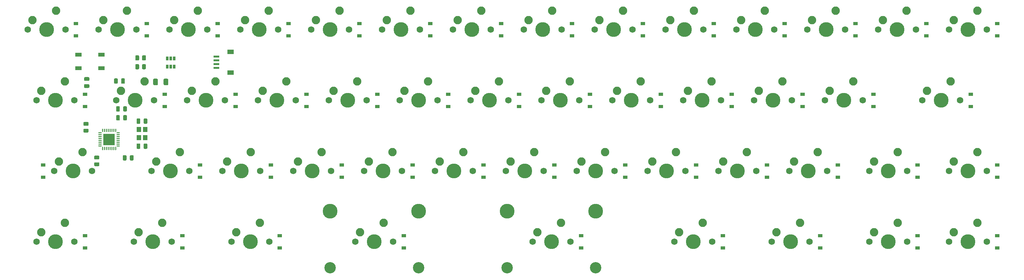
<source format=gbs>
G04 #@! TF.GenerationSoftware,KiCad,Pcbnew,5.1.10*
G04 #@! TF.CreationDate,2021-06-18T17:33:08+09:00*
G04 #@! TF.ProjectId,bakeneko40,62616b65-6e65-46b6-9f34-302e6b696361,rev?*
G04 #@! TF.SameCoordinates,Original*
G04 #@! TF.FileFunction,Soldermask,Bot*
G04 #@! TF.FilePolarity,Negative*
%FSLAX46Y46*%
G04 Gerber Fmt 4.6, Leading zero omitted, Abs format (unit mm)*
G04 Created by KiCad (PCBNEW 5.1.10) date 2021-06-18 17:33:08*
%MOMM*%
%LPD*%
G01*
G04 APERTURE LIST*
%ADD10C,2.250000*%
%ADD11C,3.987800*%
%ADD12C,1.750000*%
%ADD13R,0.650000X1.060000*%
%ADD14R,3.100000X3.100000*%
%ADD15C,3.048000*%
%ADD16R,1.550000X0.600000*%
%ADD17R,1.800000X1.200000*%
%ADD18R,1.200000X1.400000*%
%ADD19R,1.800000X1.100000*%
%ADD20R,1.200000X0.900000*%
G04 APERTURE END LIST*
G04 #@! TO.C,C5*
G36*
G01*
X43550000Y-71475000D02*
X43550000Y-70525000D01*
G75*
G02*
X43800000Y-70275000I250000J0D01*
G01*
X44300000Y-70275000D01*
G75*
G02*
X44550000Y-70525000I0J-250000D01*
G01*
X44550000Y-71475000D01*
G75*
G02*
X44300000Y-71725000I-250000J0D01*
G01*
X43800000Y-71725000D01*
G75*
G02*
X43550000Y-71475000I0J250000D01*
G01*
G37*
G36*
G01*
X45450000Y-71475000D02*
X45450000Y-70525000D01*
G75*
G02*
X45700000Y-70275000I250000J0D01*
G01*
X46200000Y-70275000D01*
G75*
G02*
X46450000Y-70525000I0J-250000D01*
G01*
X46450000Y-71475000D01*
G75*
G02*
X46200000Y-71725000I-250000J0D01*
G01*
X45700000Y-71725000D01*
G75*
G02*
X45450000Y-71475000I0J250000D01*
G01*
G37*
G04 #@! TD*
D10*
G04 #@! TO.C,MX29*
X61277500Y-90170000D03*
D11*
X58737500Y-95250000D03*
D10*
X54927500Y-92710000D03*
D12*
X53657500Y-95250000D03*
X63817500Y-95250000D03*
G04 #@! TD*
D10*
G04 #@! TO.C,MX3*
X66040000Y-52070000D03*
D11*
X63500000Y-57150000D03*
D10*
X59690000Y-54610000D03*
D12*
X58420000Y-57150000D03*
X68580000Y-57150000D03*
G04 #@! TD*
D13*
G04 #@! TO.C,U2*
X58774999Y-67109811D03*
X57824999Y-67109811D03*
X59724999Y-67109811D03*
X59724999Y-64909811D03*
X58774999Y-64909811D03*
X57824999Y-64909811D03*
G04 #@! TD*
G04 #@! TO.C,U1*
G36*
G01*
X45095000Y-84912500D02*
X45095000Y-85037500D01*
G75*
G02*
X45032500Y-85100000I-62500J0D01*
G01*
X44282500Y-85100000D01*
G75*
G02*
X44220000Y-85037500I0J62500D01*
G01*
X44220000Y-84912500D01*
G75*
G02*
X44282500Y-84850000I62500J0D01*
G01*
X45032500Y-84850000D01*
G75*
G02*
X45095000Y-84912500I0J-62500D01*
G01*
G37*
G36*
G01*
X45095000Y-85412500D02*
X45095000Y-85537500D01*
G75*
G02*
X45032500Y-85600000I-62500J0D01*
G01*
X44282500Y-85600000D01*
G75*
G02*
X44220000Y-85537500I0J62500D01*
G01*
X44220000Y-85412500D01*
G75*
G02*
X44282500Y-85350000I62500J0D01*
G01*
X45032500Y-85350000D01*
G75*
G02*
X45095000Y-85412500I0J-62500D01*
G01*
G37*
G36*
G01*
X45095000Y-85912500D02*
X45095000Y-86037500D01*
G75*
G02*
X45032500Y-86100000I-62500J0D01*
G01*
X44282500Y-86100000D01*
G75*
G02*
X44220000Y-86037500I0J62500D01*
G01*
X44220000Y-85912500D01*
G75*
G02*
X44282500Y-85850000I62500J0D01*
G01*
X45032500Y-85850000D01*
G75*
G02*
X45095000Y-85912500I0J-62500D01*
G01*
G37*
G36*
G01*
X45095000Y-86412500D02*
X45095000Y-86537500D01*
G75*
G02*
X45032500Y-86600000I-62500J0D01*
G01*
X44282500Y-86600000D01*
G75*
G02*
X44220000Y-86537500I0J62500D01*
G01*
X44220000Y-86412500D01*
G75*
G02*
X44282500Y-86350000I62500J0D01*
G01*
X45032500Y-86350000D01*
G75*
G02*
X45095000Y-86412500I0J-62500D01*
G01*
G37*
G36*
G01*
X45095000Y-86912500D02*
X45095000Y-87037500D01*
G75*
G02*
X45032500Y-87100000I-62500J0D01*
G01*
X44282500Y-87100000D01*
G75*
G02*
X44220000Y-87037500I0J62500D01*
G01*
X44220000Y-86912500D01*
G75*
G02*
X44282500Y-86850000I62500J0D01*
G01*
X45032500Y-86850000D01*
G75*
G02*
X45095000Y-86912500I0J-62500D01*
G01*
G37*
G36*
G01*
X45095000Y-87412500D02*
X45095000Y-87537500D01*
G75*
G02*
X45032500Y-87600000I-62500J0D01*
G01*
X44282500Y-87600000D01*
G75*
G02*
X44220000Y-87537500I0J62500D01*
G01*
X44220000Y-87412500D01*
G75*
G02*
X44282500Y-87350000I62500J0D01*
G01*
X45032500Y-87350000D01*
G75*
G02*
X45095000Y-87412500I0J-62500D01*
G01*
G37*
G36*
G01*
X45095000Y-87912500D02*
X45095000Y-88037500D01*
G75*
G02*
X45032500Y-88100000I-62500J0D01*
G01*
X44282500Y-88100000D01*
G75*
G02*
X44220000Y-88037500I0J62500D01*
G01*
X44220000Y-87912500D01*
G75*
G02*
X44282500Y-87850000I62500J0D01*
G01*
X45032500Y-87850000D01*
G75*
G02*
X45095000Y-87912500I0J-62500D01*
G01*
G37*
G36*
G01*
X45095000Y-88412500D02*
X45095000Y-88537500D01*
G75*
G02*
X45032500Y-88600000I-62500J0D01*
G01*
X44282500Y-88600000D01*
G75*
G02*
X44220000Y-88537500I0J62500D01*
G01*
X44220000Y-88412500D01*
G75*
G02*
X44282500Y-88350000I62500J0D01*
G01*
X45032500Y-88350000D01*
G75*
G02*
X45095000Y-88412500I0J-62500D01*
G01*
G37*
G36*
G01*
X44095000Y-88787500D02*
X44095000Y-89537500D01*
G75*
G02*
X44032500Y-89600000I-62500J0D01*
G01*
X43907500Y-89600000D01*
G75*
G02*
X43845000Y-89537500I0J62500D01*
G01*
X43845000Y-88787500D01*
G75*
G02*
X43907500Y-88725000I62500J0D01*
G01*
X44032500Y-88725000D01*
G75*
G02*
X44095000Y-88787500I0J-62500D01*
G01*
G37*
G36*
G01*
X43595000Y-88787500D02*
X43595000Y-89537500D01*
G75*
G02*
X43532500Y-89600000I-62500J0D01*
G01*
X43407500Y-89600000D01*
G75*
G02*
X43345000Y-89537500I0J62500D01*
G01*
X43345000Y-88787500D01*
G75*
G02*
X43407500Y-88725000I62500J0D01*
G01*
X43532500Y-88725000D01*
G75*
G02*
X43595000Y-88787500I0J-62500D01*
G01*
G37*
G36*
G01*
X43095000Y-88787500D02*
X43095000Y-89537500D01*
G75*
G02*
X43032500Y-89600000I-62500J0D01*
G01*
X42907500Y-89600000D01*
G75*
G02*
X42845000Y-89537500I0J62500D01*
G01*
X42845000Y-88787500D01*
G75*
G02*
X42907500Y-88725000I62500J0D01*
G01*
X43032500Y-88725000D01*
G75*
G02*
X43095000Y-88787500I0J-62500D01*
G01*
G37*
G36*
G01*
X42595000Y-88787500D02*
X42595000Y-89537500D01*
G75*
G02*
X42532500Y-89600000I-62500J0D01*
G01*
X42407500Y-89600000D01*
G75*
G02*
X42345000Y-89537500I0J62500D01*
G01*
X42345000Y-88787500D01*
G75*
G02*
X42407500Y-88725000I62500J0D01*
G01*
X42532500Y-88725000D01*
G75*
G02*
X42595000Y-88787500I0J-62500D01*
G01*
G37*
G36*
G01*
X42095000Y-88787500D02*
X42095000Y-89537500D01*
G75*
G02*
X42032500Y-89600000I-62500J0D01*
G01*
X41907500Y-89600000D01*
G75*
G02*
X41845000Y-89537500I0J62500D01*
G01*
X41845000Y-88787500D01*
G75*
G02*
X41907500Y-88725000I62500J0D01*
G01*
X42032500Y-88725000D01*
G75*
G02*
X42095000Y-88787500I0J-62500D01*
G01*
G37*
G36*
G01*
X41595000Y-88787500D02*
X41595000Y-89537500D01*
G75*
G02*
X41532500Y-89600000I-62500J0D01*
G01*
X41407500Y-89600000D01*
G75*
G02*
X41345000Y-89537500I0J62500D01*
G01*
X41345000Y-88787500D01*
G75*
G02*
X41407500Y-88725000I62500J0D01*
G01*
X41532500Y-88725000D01*
G75*
G02*
X41595000Y-88787500I0J-62500D01*
G01*
G37*
G36*
G01*
X41095000Y-88787500D02*
X41095000Y-89537500D01*
G75*
G02*
X41032500Y-89600000I-62500J0D01*
G01*
X40907500Y-89600000D01*
G75*
G02*
X40845000Y-89537500I0J62500D01*
G01*
X40845000Y-88787500D01*
G75*
G02*
X40907500Y-88725000I62500J0D01*
G01*
X41032500Y-88725000D01*
G75*
G02*
X41095000Y-88787500I0J-62500D01*
G01*
G37*
G36*
G01*
X40595000Y-88787500D02*
X40595000Y-89537500D01*
G75*
G02*
X40532500Y-89600000I-62500J0D01*
G01*
X40407500Y-89600000D01*
G75*
G02*
X40345000Y-89537500I0J62500D01*
G01*
X40345000Y-88787500D01*
G75*
G02*
X40407500Y-88725000I62500J0D01*
G01*
X40532500Y-88725000D01*
G75*
G02*
X40595000Y-88787500I0J-62500D01*
G01*
G37*
G36*
G01*
X40220000Y-88412500D02*
X40220000Y-88537500D01*
G75*
G02*
X40157500Y-88600000I-62500J0D01*
G01*
X39407500Y-88600000D01*
G75*
G02*
X39345000Y-88537500I0J62500D01*
G01*
X39345000Y-88412500D01*
G75*
G02*
X39407500Y-88350000I62500J0D01*
G01*
X40157500Y-88350000D01*
G75*
G02*
X40220000Y-88412500I0J-62500D01*
G01*
G37*
G36*
G01*
X40220000Y-87912500D02*
X40220000Y-88037500D01*
G75*
G02*
X40157500Y-88100000I-62500J0D01*
G01*
X39407500Y-88100000D01*
G75*
G02*
X39345000Y-88037500I0J62500D01*
G01*
X39345000Y-87912500D01*
G75*
G02*
X39407500Y-87850000I62500J0D01*
G01*
X40157500Y-87850000D01*
G75*
G02*
X40220000Y-87912500I0J-62500D01*
G01*
G37*
G36*
G01*
X40220000Y-87412500D02*
X40220000Y-87537500D01*
G75*
G02*
X40157500Y-87600000I-62500J0D01*
G01*
X39407500Y-87600000D01*
G75*
G02*
X39345000Y-87537500I0J62500D01*
G01*
X39345000Y-87412500D01*
G75*
G02*
X39407500Y-87350000I62500J0D01*
G01*
X40157500Y-87350000D01*
G75*
G02*
X40220000Y-87412500I0J-62500D01*
G01*
G37*
G36*
G01*
X40220000Y-86912500D02*
X40220000Y-87037500D01*
G75*
G02*
X40157500Y-87100000I-62500J0D01*
G01*
X39407500Y-87100000D01*
G75*
G02*
X39345000Y-87037500I0J62500D01*
G01*
X39345000Y-86912500D01*
G75*
G02*
X39407500Y-86850000I62500J0D01*
G01*
X40157500Y-86850000D01*
G75*
G02*
X40220000Y-86912500I0J-62500D01*
G01*
G37*
G36*
G01*
X40220000Y-86412500D02*
X40220000Y-86537500D01*
G75*
G02*
X40157500Y-86600000I-62500J0D01*
G01*
X39407500Y-86600000D01*
G75*
G02*
X39345000Y-86537500I0J62500D01*
G01*
X39345000Y-86412500D01*
G75*
G02*
X39407500Y-86350000I62500J0D01*
G01*
X40157500Y-86350000D01*
G75*
G02*
X40220000Y-86412500I0J-62500D01*
G01*
G37*
G36*
G01*
X40220000Y-85912500D02*
X40220000Y-86037500D01*
G75*
G02*
X40157500Y-86100000I-62500J0D01*
G01*
X39407500Y-86100000D01*
G75*
G02*
X39345000Y-86037500I0J62500D01*
G01*
X39345000Y-85912500D01*
G75*
G02*
X39407500Y-85850000I62500J0D01*
G01*
X40157500Y-85850000D01*
G75*
G02*
X40220000Y-85912500I0J-62500D01*
G01*
G37*
G36*
G01*
X40220000Y-85412500D02*
X40220000Y-85537500D01*
G75*
G02*
X40157500Y-85600000I-62500J0D01*
G01*
X39407500Y-85600000D01*
G75*
G02*
X39345000Y-85537500I0J62500D01*
G01*
X39345000Y-85412500D01*
G75*
G02*
X39407500Y-85350000I62500J0D01*
G01*
X40157500Y-85350000D01*
G75*
G02*
X40220000Y-85412500I0J-62500D01*
G01*
G37*
G36*
G01*
X40220000Y-84912500D02*
X40220000Y-85037500D01*
G75*
G02*
X40157500Y-85100000I-62500J0D01*
G01*
X39407500Y-85100000D01*
G75*
G02*
X39345000Y-85037500I0J62500D01*
G01*
X39345000Y-84912500D01*
G75*
G02*
X39407500Y-84850000I62500J0D01*
G01*
X40157500Y-84850000D01*
G75*
G02*
X40220000Y-84912500I0J-62500D01*
G01*
G37*
G36*
G01*
X40595000Y-83912500D02*
X40595000Y-84662500D01*
G75*
G02*
X40532500Y-84725000I-62500J0D01*
G01*
X40407500Y-84725000D01*
G75*
G02*
X40345000Y-84662500I0J62500D01*
G01*
X40345000Y-83912500D01*
G75*
G02*
X40407500Y-83850000I62500J0D01*
G01*
X40532500Y-83850000D01*
G75*
G02*
X40595000Y-83912500I0J-62500D01*
G01*
G37*
G36*
G01*
X41095000Y-83912500D02*
X41095000Y-84662500D01*
G75*
G02*
X41032500Y-84725000I-62500J0D01*
G01*
X40907500Y-84725000D01*
G75*
G02*
X40845000Y-84662500I0J62500D01*
G01*
X40845000Y-83912500D01*
G75*
G02*
X40907500Y-83850000I62500J0D01*
G01*
X41032500Y-83850000D01*
G75*
G02*
X41095000Y-83912500I0J-62500D01*
G01*
G37*
G36*
G01*
X41595000Y-83912500D02*
X41595000Y-84662500D01*
G75*
G02*
X41532500Y-84725000I-62500J0D01*
G01*
X41407500Y-84725000D01*
G75*
G02*
X41345000Y-84662500I0J62500D01*
G01*
X41345000Y-83912500D01*
G75*
G02*
X41407500Y-83850000I62500J0D01*
G01*
X41532500Y-83850000D01*
G75*
G02*
X41595000Y-83912500I0J-62500D01*
G01*
G37*
G36*
G01*
X42095000Y-83912500D02*
X42095000Y-84662500D01*
G75*
G02*
X42032500Y-84725000I-62500J0D01*
G01*
X41907500Y-84725000D01*
G75*
G02*
X41845000Y-84662500I0J62500D01*
G01*
X41845000Y-83912500D01*
G75*
G02*
X41907500Y-83850000I62500J0D01*
G01*
X42032500Y-83850000D01*
G75*
G02*
X42095000Y-83912500I0J-62500D01*
G01*
G37*
G36*
G01*
X42595000Y-83912500D02*
X42595000Y-84662500D01*
G75*
G02*
X42532500Y-84725000I-62500J0D01*
G01*
X42407500Y-84725000D01*
G75*
G02*
X42345000Y-84662500I0J62500D01*
G01*
X42345000Y-83912500D01*
G75*
G02*
X42407500Y-83850000I62500J0D01*
G01*
X42532500Y-83850000D01*
G75*
G02*
X42595000Y-83912500I0J-62500D01*
G01*
G37*
G36*
G01*
X43095000Y-83912500D02*
X43095000Y-84662500D01*
G75*
G02*
X43032500Y-84725000I-62500J0D01*
G01*
X42907500Y-84725000D01*
G75*
G02*
X42845000Y-84662500I0J62500D01*
G01*
X42845000Y-83912500D01*
G75*
G02*
X42907500Y-83850000I62500J0D01*
G01*
X43032500Y-83850000D01*
G75*
G02*
X43095000Y-83912500I0J-62500D01*
G01*
G37*
G36*
G01*
X43595000Y-83912500D02*
X43595000Y-84662500D01*
G75*
G02*
X43532500Y-84725000I-62500J0D01*
G01*
X43407500Y-84725000D01*
G75*
G02*
X43345000Y-84662500I0J62500D01*
G01*
X43345000Y-83912500D01*
G75*
G02*
X43407500Y-83850000I62500J0D01*
G01*
X43532500Y-83850000D01*
G75*
G02*
X43595000Y-83912500I0J-62500D01*
G01*
G37*
G36*
G01*
X44095000Y-83912500D02*
X44095000Y-84662500D01*
G75*
G02*
X44032500Y-84725000I-62500J0D01*
G01*
X43907500Y-84725000D01*
G75*
G02*
X43845000Y-84662500I0J62500D01*
G01*
X43845000Y-83912500D01*
G75*
G02*
X43907500Y-83850000I62500J0D01*
G01*
X44032500Y-83850000D01*
G75*
G02*
X44095000Y-83912500I0J-62500D01*
G01*
G37*
D14*
X42220000Y-86725000D03*
G04 #@! TD*
G04 #@! TO.C,R4*
G36*
G01*
X35549998Y-83850000D02*
X36450002Y-83850000D01*
G75*
G02*
X36700000Y-84099998I0J-249998D01*
G01*
X36700000Y-84625002D01*
G75*
G02*
X36450002Y-84875000I-249998J0D01*
G01*
X35549998Y-84875000D01*
G75*
G02*
X35300000Y-84625002I0J249998D01*
G01*
X35300000Y-84099998D01*
G75*
G02*
X35549998Y-83850000I249998J0D01*
G01*
G37*
G36*
G01*
X35549998Y-82025000D02*
X36450002Y-82025000D01*
G75*
G02*
X36700000Y-82274998I0J-249998D01*
G01*
X36700000Y-82800002D01*
G75*
G02*
X36450002Y-83050000I-249998J0D01*
G01*
X35549998Y-83050000D01*
G75*
G02*
X35300000Y-82800002I0J249998D01*
G01*
X35300000Y-82274998D01*
G75*
G02*
X35549998Y-82025000I249998J0D01*
G01*
G37*
G04 #@! TD*
D10*
G04 #@! TO.C,MX45*
X163671250Y-109220000D03*
D11*
X161131250Y-114300000D03*
D10*
X157321250Y-111760000D03*
D12*
X156051250Y-114300000D03*
X166211250Y-114300000D03*
D15*
X149225000Y-121285000D03*
X173037500Y-121285000D03*
D11*
X149225000Y-106045000D03*
X173037500Y-106045000D03*
G04 #@! TD*
D16*
G04 #@! TO.C,J1*
X71025000Y-66450000D03*
X71025000Y-67450000D03*
X71025000Y-65450000D03*
X71025000Y-64450000D03*
D17*
X74900000Y-63150000D03*
X74900000Y-68750000D03*
G04 #@! TD*
D10*
G04 #@! TO.C,MX35*
X175577500Y-90170000D03*
D11*
X173037500Y-95250000D03*
D10*
X169227500Y-92710000D03*
D12*
X167957500Y-95250000D03*
X178117500Y-95250000D03*
G04 #@! TD*
D10*
G04 #@! TO.C,MX44*
X116046250Y-109220000D03*
D11*
X113506250Y-114300000D03*
D10*
X109696250Y-111760000D03*
D12*
X108426250Y-114300000D03*
X118586250Y-114300000D03*
D15*
X101600000Y-121285000D03*
X125412500Y-121285000D03*
D11*
X101600000Y-106045000D03*
X125412500Y-106045000D03*
G04 #@! TD*
D10*
G04 #@! TO.C,MX32*
X118427500Y-90170000D03*
D11*
X115887500Y-95250000D03*
D10*
X112077500Y-92710000D03*
D12*
X110807500Y-95250000D03*
X120967500Y-95250000D03*
G04 #@! TD*
D10*
G04 #@! TO.C,MX41*
X30321250Y-109220000D03*
D11*
X27781250Y-114300000D03*
D10*
X23971250Y-111760000D03*
D12*
X22701250Y-114300000D03*
X32861250Y-114300000D03*
G04 #@! TD*
D10*
G04 #@! TO.C,MX49*
X275590000Y-109220000D03*
D11*
X273050000Y-114300000D03*
D10*
X269240000Y-111760000D03*
D12*
X267970000Y-114300000D03*
X278130000Y-114300000D03*
G04 #@! TD*
D10*
G04 #@! TO.C,MX21*
X147002500Y-71120000D03*
D11*
X144462500Y-76200000D03*
D10*
X140652500Y-73660000D03*
D12*
X139382500Y-76200000D03*
X149542500Y-76200000D03*
G04 #@! TD*
D10*
G04 #@! TO.C,MX14*
X275590000Y-52070000D03*
D11*
X273050000Y-57150000D03*
D10*
X269240000Y-54610000D03*
D12*
X267970000Y-57150000D03*
X278130000Y-57150000D03*
G04 #@! TD*
D10*
G04 #@! TO.C,MX30*
X80327500Y-90170000D03*
D11*
X77787500Y-95250000D03*
D10*
X73977500Y-92710000D03*
D12*
X72707500Y-95250000D03*
X82867500Y-95250000D03*
G04 #@! TD*
D10*
G04 #@! TO.C,MX42*
X56515000Y-109220000D03*
D11*
X53975000Y-114300000D03*
D10*
X50165000Y-111760000D03*
D12*
X48895000Y-114300000D03*
X59055000Y-114300000D03*
G04 #@! TD*
D18*
G04 #@! TO.C,Y1*
X51925000Y-84075000D03*
X51925000Y-86275000D03*
X50225000Y-86275000D03*
X50225000Y-84075000D03*
G04 #@! TD*
D19*
G04 #@! TO.C,SW1*
X33975000Y-63875000D03*
X40175000Y-67575000D03*
X33975000Y-67575000D03*
X40175000Y-63875000D03*
G04 #@! TD*
G04 #@! TO.C,R3*
G36*
G01*
X51081250Y-67593752D02*
X51081250Y-66693748D01*
G75*
G02*
X51331248Y-66443750I249998J0D01*
G01*
X51856252Y-66443750D01*
G75*
G02*
X52106250Y-66693748I0J-249998D01*
G01*
X52106250Y-67593752D01*
G75*
G02*
X51856252Y-67843750I-249998J0D01*
G01*
X51331248Y-67843750D01*
G75*
G02*
X51081250Y-67593752I0J249998D01*
G01*
G37*
G36*
G01*
X49256250Y-67593752D02*
X49256250Y-66693748D01*
G75*
G02*
X49506248Y-66443750I249998J0D01*
G01*
X50031252Y-66443750D01*
G75*
G02*
X50281250Y-66693748I0J-249998D01*
G01*
X50281250Y-67593752D01*
G75*
G02*
X50031252Y-67843750I-249998J0D01*
G01*
X49506248Y-67843750D01*
G75*
G02*
X49256250Y-67593752I0J249998D01*
G01*
G37*
G04 #@! TD*
G04 #@! TO.C,R2*
G36*
G01*
X51081250Y-65212502D02*
X51081250Y-64312498D01*
G75*
G02*
X51331248Y-64062500I249998J0D01*
G01*
X51856252Y-64062500D01*
G75*
G02*
X52106250Y-64312498I0J-249998D01*
G01*
X52106250Y-65212502D01*
G75*
G02*
X51856252Y-65462500I-249998J0D01*
G01*
X51331248Y-65462500D01*
G75*
G02*
X51081250Y-65212502I0J249998D01*
G01*
G37*
G36*
G01*
X49256250Y-65212502D02*
X49256250Y-64312498D01*
G75*
G02*
X49506248Y-64062500I249998J0D01*
G01*
X50031252Y-64062500D01*
G75*
G02*
X50281250Y-64312498I0J-249998D01*
G01*
X50281250Y-65212502D01*
G75*
G02*
X50031252Y-65462500I-249998J0D01*
G01*
X49506248Y-65462500D01*
G75*
G02*
X49256250Y-65212502I0J249998D01*
G01*
G37*
G04 #@! TD*
G04 #@! TO.C,R1*
G36*
G01*
X38449998Y-92912500D02*
X39350002Y-92912500D01*
G75*
G02*
X39600000Y-93162498I0J-249998D01*
G01*
X39600000Y-93687502D01*
G75*
G02*
X39350002Y-93937500I-249998J0D01*
G01*
X38449998Y-93937500D01*
G75*
G02*
X38200000Y-93687502I0J249998D01*
G01*
X38200000Y-93162498D01*
G75*
G02*
X38449998Y-92912500I249998J0D01*
G01*
G37*
G36*
G01*
X38449998Y-91087500D02*
X39350002Y-91087500D01*
G75*
G02*
X39600000Y-91337498I0J-249998D01*
G01*
X39600000Y-91862502D01*
G75*
G02*
X39350002Y-92112500I-249998J0D01*
G01*
X38449998Y-92112500D01*
G75*
G02*
X38200000Y-91862502I0J249998D01*
G01*
X38200000Y-91337498D01*
G75*
G02*
X38449998Y-91087500I249998J0D01*
G01*
G37*
G04 #@! TD*
D10*
G04 #@! TO.C,MX48*
X254158750Y-109220000D03*
D11*
X251618750Y-114300000D03*
D10*
X247808750Y-111760000D03*
D12*
X246538750Y-114300000D03*
X256698750Y-114300000D03*
G04 #@! TD*
D10*
G04 #@! TO.C,MX47*
X227965000Y-109220000D03*
D11*
X225425000Y-114300000D03*
D10*
X221615000Y-111760000D03*
D12*
X220345000Y-114300000D03*
X230505000Y-114300000D03*
G04 #@! TD*
D10*
G04 #@! TO.C,MX46*
X201771250Y-109220000D03*
D11*
X199231250Y-114300000D03*
D10*
X195421250Y-111760000D03*
D12*
X194151250Y-114300000D03*
X204311250Y-114300000D03*
G04 #@! TD*
D10*
G04 #@! TO.C,MX43*
X82708750Y-109220000D03*
D11*
X80168750Y-114300000D03*
D10*
X76358750Y-111760000D03*
D12*
X75088750Y-114300000D03*
X85248750Y-114300000D03*
G04 #@! TD*
D10*
G04 #@! TO.C,MX40*
X275590000Y-90170000D03*
D11*
X273050000Y-95250000D03*
D10*
X269240000Y-92710000D03*
D12*
X267970000Y-95250000D03*
X278130000Y-95250000D03*
G04 #@! TD*
D10*
G04 #@! TO.C,MX39*
X254158750Y-90170000D03*
D11*
X251618750Y-95250000D03*
D10*
X247808750Y-92710000D03*
D12*
X246538750Y-95250000D03*
X256698750Y-95250000D03*
G04 #@! TD*
D10*
G04 #@! TO.C,MX38*
X232727500Y-90170000D03*
D11*
X230187500Y-95250000D03*
D10*
X226377500Y-92710000D03*
D12*
X225107500Y-95250000D03*
X235267500Y-95250000D03*
G04 #@! TD*
D10*
G04 #@! TO.C,MX37*
X213677500Y-90170000D03*
D11*
X211137500Y-95250000D03*
D10*
X207327500Y-92710000D03*
D12*
X206057500Y-95250000D03*
X216217500Y-95250000D03*
G04 #@! TD*
D10*
G04 #@! TO.C,MX36*
X194627500Y-90170000D03*
D11*
X192087500Y-95250000D03*
D10*
X188277500Y-92710000D03*
D12*
X187007500Y-95250000D03*
X197167500Y-95250000D03*
G04 #@! TD*
D10*
G04 #@! TO.C,MX34*
X156527500Y-90170000D03*
D11*
X153987500Y-95250000D03*
D10*
X150177500Y-92710000D03*
D12*
X148907500Y-95250000D03*
X159067500Y-95250000D03*
G04 #@! TD*
D10*
G04 #@! TO.C,MX33*
X137477500Y-90170000D03*
D11*
X134937500Y-95250000D03*
D10*
X131127500Y-92710000D03*
D12*
X129857500Y-95250000D03*
X140017500Y-95250000D03*
G04 #@! TD*
D10*
G04 #@! TO.C,MX31*
X99377500Y-90170000D03*
D11*
X96837500Y-95250000D03*
D10*
X93027500Y-92710000D03*
D12*
X91757500Y-95250000D03*
X101917500Y-95250000D03*
G04 #@! TD*
D10*
G04 #@! TO.C,MX28*
X35083750Y-90170000D03*
D11*
X32543750Y-95250000D03*
D10*
X28733750Y-92710000D03*
D12*
X27463750Y-95250000D03*
X37623750Y-95250000D03*
G04 #@! TD*
D10*
G04 #@! TO.C,MX27*
X268446250Y-71120000D03*
D11*
X265906250Y-76200000D03*
D10*
X262096250Y-73660000D03*
D12*
X260826250Y-76200000D03*
X270986250Y-76200000D03*
G04 #@! TD*
D10*
G04 #@! TO.C,MX26*
X242252500Y-71120000D03*
D11*
X239712500Y-76200000D03*
D10*
X235902500Y-73660000D03*
D12*
X234632500Y-76200000D03*
X244792500Y-76200000D03*
G04 #@! TD*
D10*
G04 #@! TO.C,MX25*
X223202500Y-71120000D03*
D11*
X220662500Y-76200000D03*
D10*
X216852500Y-73660000D03*
D12*
X215582500Y-76200000D03*
X225742500Y-76200000D03*
G04 #@! TD*
D10*
G04 #@! TO.C,MX24*
X204152500Y-71120000D03*
D11*
X201612500Y-76200000D03*
D10*
X197802500Y-73660000D03*
D12*
X196532500Y-76200000D03*
X206692500Y-76200000D03*
G04 #@! TD*
D10*
G04 #@! TO.C,MX23*
X185102500Y-71120000D03*
D11*
X182562500Y-76200000D03*
D10*
X178752500Y-73660000D03*
D12*
X177482500Y-76200000D03*
X187642500Y-76200000D03*
G04 #@! TD*
D10*
G04 #@! TO.C,MX22*
X166052500Y-71120000D03*
D11*
X163512500Y-76200000D03*
D10*
X159702500Y-73660000D03*
D12*
X158432500Y-76200000D03*
X168592500Y-76200000D03*
G04 #@! TD*
D10*
G04 #@! TO.C,MX20*
X127952500Y-71120000D03*
D11*
X125412500Y-76200000D03*
D10*
X121602500Y-73660000D03*
D12*
X120332500Y-76200000D03*
X130492500Y-76200000D03*
G04 #@! TD*
D10*
G04 #@! TO.C,MX19*
X108902500Y-71120000D03*
D11*
X106362500Y-76200000D03*
D10*
X102552500Y-73660000D03*
D12*
X101282500Y-76200000D03*
X111442500Y-76200000D03*
G04 #@! TD*
D10*
G04 #@! TO.C,MX18*
X89852500Y-71120000D03*
D11*
X87312500Y-76200000D03*
D10*
X83502500Y-73660000D03*
D12*
X82232500Y-76200000D03*
X92392500Y-76200000D03*
G04 #@! TD*
D10*
G04 #@! TO.C,MX17*
X70802500Y-71120000D03*
D11*
X68262500Y-76200000D03*
D10*
X64452500Y-73660000D03*
D12*
X63182500Y-76200000D03*
X73342500Y-76200000D03*
G04 #@! TD*
D10*
G04 #@! TO.C,MX16*
X51752500Y-71120000D03*
D11*
X49212500Y-76200000D03*
D10*
X45402500Y-73660000D03*
D12*
X44132500Y-76200000D03*
X54292500Y-76200000D03*
G04 #@! TD*
D10*
G04 #@! TO.C,MX15*
X30321250Y-71120000D03*
D11*
X27781250Y-76200000D03*
D10*
X23971250Y-73660000D03*
D12*
X22701250Y-76200000D03*
X32861250Y-76200000D03*
G04 #@! TD*
D10*
G04 #@! TO.C,MX13*
X256540000Y-52070000D03*
D11*
X254000000Y-57150000D03*
D10*
X250190000Y-54610000D03*
D12*
X248920000Y-57150000D03*
X259080000Y-57150000D03*
G04 #@! TD*
D10*
G04 #@! TO.C,MX12*
X237490000Y-52070000D03*
D11*
X234950000Y-57150000D03*
D10*
X231140000Y-54610000D03*
D12*
X229870000Y-57150000D03*
X240030000Y-57150000D03*
G04 #@! TD*
D10*
G04 #@! TO.C,MX11*
X218440000Y-52070000D03*
D11*
X215900000Y-57150000D03*
D10*
X212090000Y-54610000D03*
D12*
X210820000Y-57150000D03*
X220980000Y-57150000D03*
G04 #@! TD*
D10*
G04 #@! TO.C,MX10*
X199390000Y-52070000D03*
D11*
X196850000Y-57150000D03*
D10*
X193040000Y-54610000D03*
D12*
X191770000Y-57150000D03*
X201930000Y-57150000D03*
G04 #@! TD*
D10*
G04 #@! TO.C,MX9*
X180340000Y-52070000D03*
D11*
X177800000Y-57150000D03*
D10*
X173990000Y-54610000D03*
D12*
X172720000Y-57150000D03*
X182880000Y-57150000D03*
G04 #@! TD*
D10*
G04 #@! TO.C,MX8*
X161290000Y-52070000D03*
D11*
X158750000Y-57150000D03*
D10*
X154940000Y-54610000D03*
D12*
X153670000Y-57150000D03*
X163830000Y-57150000D03*
G04 #@! TD*
D10*
G04 #@! TO.C,MX7*
X142240000Y-52070000D03*
D11*
X139700000Y-57150000D03*
D10*
X135890000Y-54610000D03*
D12*
X134620000Y-57150000D03*
X144780000Y-57150000D03*
G04 #@! TD*
D10*
G04 #@! TO.C,MX6*
X123190000Y-52070000D03*
D11*
X120650000Y-57150000D03*
D10*
X116840000Y-54610000D03*
D12*
X115570000Y-57150000D03*
X125730000Y-57150000D03*
G04 #@! TD*
D10*
G04 #@! TO.C,MX5*
X104140000Y-52070000D03*
D11*
X101600000Y-57150000D03*
D10*
X97790000Y-54610000D03*
D12*
X96520000Y-57150000D03*
X106680000Y-57150000D03*
G04 #@! TD*
D10*
G04 #@! TO.C,MX4*
X85090000Y-52070000D03*
D11*
X82550000Y-57150000D03*
D10*
X78740000Y-54610000D03*
D12*
X77470000Y-57150000D03*
X87630000Y-57150000D03*
G04 #@! TD*
D10*
G04 #@! TO.C,MX2*
X46990000Y-52070000D03*
D11*
X44450000Y-57150000D03*
D10*
X40640000Y-54610000D03*
D12*
X39370000Y-57150000D03*
X49530000Y-57150000D03*
G04 #@! TD*
D10*
G04 #@! TO.C,MX1*
X27940000Y-52070000D03*
D11*
X25400000Y-57150000D03*
D10*
X21590000Y-54610000D03*
D12*
X20320000Y-57150000D03*
X30480000Y-57150000D03*
G04 #@! TD*
G04 #@! TO.C,F1*
G36*
G01*
X56875000Y-71875000D02*
X56875000Y-70625000D01*
G75*
G02*
X57125000Y-70375000I250000J0D01*
G01*
X57875000Y-70375000D01*
G75*
G02*
X58125000Y-70625000I0J-250000D01*
G01*
X58125000Y-71875000D01*
G75*
G02*
X57875000Y-72125000I-250000J0D01*
G01*
X57125000Y-72125000D01*
G75*
G02*
X56875000Y-71875000I0J250000D01*
G01*
G37*
G36*
G01*
X54075000Y-71875000D02*
X54075000Y-70625000D01*
G75*
G02*
X54325000Y-70375000I250000J0D01*
G01*
X55075000Y-70375000D01*
G75*
G02*
X55325000Y-70625000I0J-250000D01*
G01*
X55325000Y-71875000D01*
G75*
G02*
X55075000Y-72125000I-250000J0D01*
G01*
X54325000Y-72125000D01*
G75*
G02*
X54075000Y-71875000I0J250000D01*
G01*
G37*
G04 #@! TD*
D20*
G04 #@! TO.C,D49*
X280987500Y-112650000D03*
X280987500Y-115950000D03*
G04 #@! TD*
G04 #@! TO.C,D48*
X259556250Y-112650000D03*
X259556250Y-115950000D03*
G04 #@! TD*
G04 #@! TO.C,D47*
X233362500Y-112650000D03*
X233362500Y-115950000D03*
G04 #@! TD*
G04 #@! TO.C,D46*
X207168750Y-112650000D03*
X207168750Y-115950000D03*
G04 #@! TD*
G04 #@! TO.C,D45*
X169068750Y-112650000D03*
X169068750Y-115950000D03*
G04 #@! TD*
G04 #@! TO.C,D44*
X121443750Y-112650000D03*
X121443750Y-115950000D03*
G04 #@! TD*
G04 #@! TO.C,D43*
X88106250Y-112650000D03*
X88106250Y-115950000D03*
G04 #@! TD*
G04 #@! TO.C,D42*
X61912500Y-112650000D03*
X61912500Y-115950000D03*
G04 #@! TD*
G04 #@! TO.C,D41*
X35718750Y-112650000D03*
X35718750Y-115950000D03*
G04 #@! TD*
G04 #@! TO.C,D40*
X280987500Y-93600000D03*
X280987500Y-96900000D03*
G04 #@! TD*
G04 #@! TO.C,D39*
X259556250Y-93600000D03*
X259556250Y-96900000D03*
G04 #@! TD*
G04 #@! TO.C,D38*
X238125000Y-93600000D03*
X238125000Y-96900000D03*
G04 #@! TD*
G04 #@! TO.C,D37*
X219075000Y-93600000D03*
X219075000Y-96900000D03*
G04 #@! TD*
G04 #@! TO.C,D36*
X200025000Y-93600000D03*
X200025000Y-96900000D03*
G04 #@! TD*
G04 #@! TO.C,D35*
X180975000Y-93600000D03*
X180975000Y-96900000D03*
G04 #@! TD*
G04 #@! TO.C,D34*
X161925000Y-93600000D03*
X161925000Y-96900000D03*
G04 #@! TD*
G04 #@! TO.C,D33*
X142875000Y-93600000D03*
X142875000Y-96900000D03*
G04 #@! TD*
G04 #@! TO.C,D32*
X123825000Y-93600000D03*
X123825000Y-96900000D03*
G04 #@! TD*
G04 #@! TO.C,D31*
X104775000Y-93600000D03*
X104775000Y-96900000D03*
G04 #@! TD*
G04 #@! TO.C,D30*
X85725000Y-93600000D03*
X85725000Y-96900000D03*
G04 #@! TD*
G04 #@! TO.C,D29*
X66675000Y-93600000D03*
X66675000Y-96900000D03*
G04 #@! TD*
G04 #@! TO.C,D28*
X24500000Y-93600000D03*
X24500000Y-96900000D03*
G04 #@! TD*
G04 #@! TO.C,D27*
X273843750Y-74550000D03*
X273843750Y-77850000D03*
G04 #@! TD*
G04 #@! TO.C,D26*
X247650000Y-74550000D03*
X247650000Y-77850000D03*
G04 #@! TD*
G04 #@! TO.C,D25*
X228600000Y-74550000D03*
X228600000Y-77850000D03*
G04 #@! TD*
G04 #@! TO.C,D24*
X209550000Y-74550000D03*
X209550000Y-77850000D03*
G04 #@! TD*
G04 #@! TO.C,D23*
X190500000Y-74550000D03*
X190500000Y-77850000D03*
G04 #@! TD*
G04 #@! TO.C,D22*
X171450000Y-74550000D03*
X171450000Y-77850000D03*
G04 #@! TD*
G04 #@! TO.C,D21*
X152400000Y-74550000D03*
X152400000Y-77850000D03*
G04 #@! TD*
G04 #@! TO.C,D20*
X133350000Y-74550000D03*
X133350000Y-77850000D03*
G04 #@! TD*
G04 #@! TO.C,D19*
X114300000Y-74550000D03*
X114300000Y-77850000D03*
G04 #@! TD*
G04 #@! TO.C,D18*
X95250000Y-74550000D03*
X95250000Y-77850000D03*
G04 #@! TD*
G04 #@! TO.C,D17*
X76200000Y-74550000D03*
X76200000Y-77850000D03*
G04 #@! TD*
G04 #@! TO.C,D16*
X57150000Y-74550000D03*
X57150000Y-77850000D03*
G04 #@! TD*
G04 #@! TO.C,D15*
X35718750Y-74550000D03*
X35718750Y-77850000D03*
G04 #@! TD*
G04 #@! TO.C,D14*
X280987500Y-55500000D03*
X280987500Y-58800000D03*
G04 #@! TD*
G04 #@! TO.C,D13*
X261937500Y-55500000D03*
X261937500Y-58800000D03*
G04 #@! TD*
G04 #@! TO.C,D12*
X242887500Y-55500000D03*
X242887500Y-58800000D03*
G04 #@! TD*
G04 #@! TO.C,D11*
X223837500Y-55500000D03*
X223837500Y-58800000D03*
G04 #@! TD*
G04 #@! TO.C,D10*
X204787500Y-55500000D03*
X204787500Y-58800000D03*
G04 #@! TD*
G04 #@! TO.C,D9*
X185737500Y-55500000D03*
X185737500Y-58800000D03*
G04 #@! TD*
G04 #@! TO.C,D8*
X166687500Y-55500000D03*
X166687500Y-58800000D03*
G04 #@! TD*
G04 #@! TO.C,D7*
X147637500Y-55500000D03*
X147637500Y-58800000D03*
G04 #@! TD*
G04 #@! TO.C,D6*
X128587500Y-55500000D03*
X128587500Y-58800000D03*
G04 #@! TD*
G04 #@! TO.C,D5*
X109537500Y-55500000D03*
X109537500Y-58800000D03*
G04 #@! TD*
G04 #@! TO.C,D4*
X90487500Y-55500000D03*
X90487500Y-58800000D03*
G04 #@! TD*
G04 #@! TO.C,D3*
X71437500Y-55500000D03*
X71437500Y-58800000D03*
G04 #@! TD*
G04 #@! TO.C,D2*
X52387500Y-55500000D03*
X52387500Y-58800000D03*
G04 #@! TD*
G04 #@! TO.C,D1*
X33337500Y-55500000D03*
X33337500Y-58800000D03*
G04 #@! TD*
G04 #@! TO.C,C7*
G36*
G01*
X49600000Y-89025000D02*
X49600000Y-88075000D01*
G75*
G02*
X49850000Y-87825000I250000J0D01*
G01*
X50350000Y-87825000D01*
G75*
G02*
X50600000Y-88075000I0J-250000D01*
G01*
X50600000Y-89025000D01*
G75*
G02*
X50350000Y-89275000I-250000J0D01*
G01*
X49850000Y-89275000D01*
G75*
G02*
X49600000Y-89025000I0J250000D01*
G01*
G37*
G36*
G01*
X51500000Y-89025000D02*
X51500000Y-88075000D01*
G75*
G02*
X51750000Y-87825000I250000J0D01*
G01*
X52250000Y-87825000D01*
G75*
G02*
X52500000Y-88075000I0J-250000D01*
G01*
X52500000Y-89025000D01*
G75*
G02*
X52250000Y-89275000I-250000J0D01*
G01*
X51750000Y-89275000D01*
G75*
G02*
X51500000Y-89025000I0J250000D01*
G01*
G37*
G04 #@! TD*
G04 #@! TO.C,C6*
G36*
G01*
X49600000Y-82275000D02*
X49600000Y-81325000D01*
G75*
G02*
X49850000Y-81075000I250000J0D01*
G01*
X50350000Y-81075000D01*
G75*
G02*
X50600000Y-81325000I0J-250000D01*
G01*
X50600000Y-82275000D01*
G75*
G02*
X50350000Y-82525000I-250000J0D01*
G01*
X49850000Y-82525000D01*
G75*
G02*
X49600000Y-82275000I0J250000D01*
G01*
G37*
G36*
G01*
X51500000Y-82275000D02*
X51500000Y-81325000D01*
G75*
G02*
X51750000Y-81075000I250000J0D01*
G01*
X52250000Y-81075000D01*
G75*
G02*
X52500000Y-81325000I0J-250000D01*
G01*
X52500000Y-82275000D01*
G75*
G02*
X52250000Y-82525000I-250000J0D01*
G01*
X51750000Y-82525000D01*
G75*
G02*
X51500000Y-82275000I0J250000D01*
G01*
G37*
G04 #@! TD*
G04 #@! TO.C,C4*
G36*
G01*
X46000000Y-81375000D02*
X46000000Y-80425000D01*
G75*
G02*
X46250000Y-80175000I250000J0D01*
G01*
X46750000Y-80175000D01*
G75*
G02*
X47000000Y-80425000I0J-250000D01*
G01*
X47000000Y-81375000D01*
G75*
G02*
X46750000Y-81625000I-250000J0D01*
G01*
X46250000Y-81625000D01*
G75*
G02*
X46000000Y-81375000I0J250000D01*
G01*
G37*
G36*
G01*
X44100000Y-81375000D02*
X44100000Y-80425000D01*
G75*
G02*
X44350000Y-80175000I250000J0D01*
G01*
X44850000Y-80175000D01*
G75*
G02*
X45100000Y-80425000I0J-250000D01*
G01*
X45100000Y-81375000D01*
G75*
G02*
X44850000Y-81625000I-250000J0D01*
G01*
X44350000Y-81625000D01*
G75*
G02*
X44100000Y-81375000I0J250000D01*
G01*
G37*
G04 #@! TD*
G04 #@! TO.C,C3*
G36*
G01*
X45900000Y-92175000D02*
X45900000Y-91225000D01*
G75*
G02*
X46150000Y-90975000I250000J0D01*
G01*
X46650000Y-90975000D01*
G75*
G02*
X46900000Y-91225000I0J-250000D01*
G01*
X46900000Y-92175000D01*
G75*
G02*
X46650000Y-92425000I-250000J0D01*
G01*
X46150000Y-92425000D01*
G75*
G02*
X45900000Y-92175000I0J250000D01*
G01*
G37*
G36*
G01*
X47800000Y-92175000D02*
X47800000Y-91225000D01*
G75*
G02*
X48050000Y-90975000I250000J0D01*
G01*
X48550000Y-90975000D01*
G75*
G02*
X48800000Y-91225000I0J-250000D01*
G01*
X48800000Y-92175000D01*
G75*
G02*
X48550000Y-92425000I-250000J0D01*
G01*
X48050000Y-92425000D01*
G75*
G02*
X47800000Y-92175000I0J250000D01*
G01*
G37*
G04 #@! TD*
G04 #@! TO.C,C2*
G36*
G01*
X46000000Y-78975000D02*
X46000000Y-78025000D01*
G75*
G02*
X46250000Y-77775000I250000J0D01*
G01*
X46750000Y-77775000D01*
G75*
G02*
X47000000Y-78025000I0J-250000D01*
G01*
X47000000Y-78975000D01*
G75*
G02*
X46750000Y-79225000I-250000J0D01*
G01*
X46250000Y-79225000D01*
G75*
G02*
X46000000Y-78975000I0J250000D01*
G01*
G37*
G36*
G01*
X44100000Y-78975000D02*
X44100000Y-78025000D01*
G75*
G02*
X44350000Y-77775000I250000J0D01*
G01*
X44850000Y-77775000D01*
G75*
G02*
X45100000Y-78025000I0J-250000D01*
G01*
X45100000Y-78975000D01*
G75*
G02*
X44850000Y-79225000I-250000J0D01*
G01*
X44350000Y-79225000D01*
G75*
G02*
X44100000Y-78975000I0J250000D01*
G01*
G37*
G04 #@! TD*
G04 #@! TO.C,C1*
G36*
G01*
X36675000Y-70950000D02*
X35725000Y-70950000D01*
G75*
G02*
X35475000Y-70700000I0J250000D01*
G01*
X35475000Y-70200000D01*
G75*
G02*
X35725000Y-69950000I250000J0D01*
G01*
X36675000Y-69950000D01*
G75*
G02*
X36925000Y-70200000I0J-250000D01*
G01*
X36925000Y-70700000D01*
G75*
G02*
X36675000Y-70950000I-250000J0D01*
G01*
G37*
G36*
G01*
X36675000Y-72850000D02*
X35725000Y-72850000D01*
G75*
G02*
X35475000Y-72600000I0J250000D01*
G01*
X35475000Y-72100000D01*
G75*
G02*
X35725000Y-71850000I250000J0D01*
G01*
X36675000Y-71850000D01*
G75*
G02*
X36925000Y-72100000I0J-250000D01*
G01*
X36925000Y-72600000D01*
G75*
G02*
X36675000Y-72850000I-250000J0D01*
G01*
G37*
G04 #@! TD*
M02*

</source>
